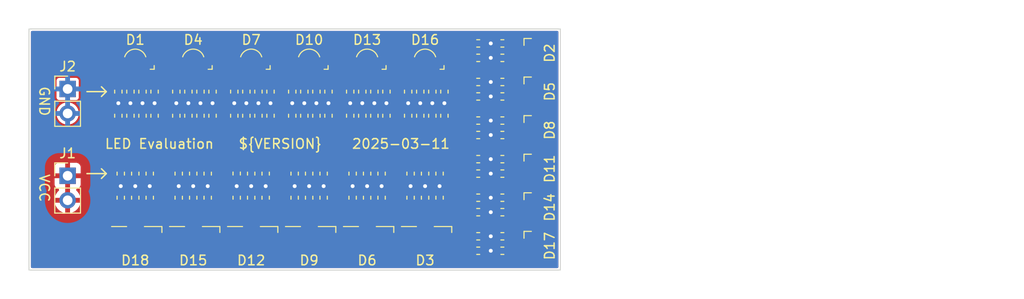
<source format=kicad_pcb>
(kicad_pcb (version 20240108) (generator "pcbnew") (generator_version "8.0")
  (title_block (title "${TITLE}") (date "${DATE}") (rev "${VERSION}") (company "${COPYRIGHT}") (comment 1 "${LICENSE}"))
  (layers (0 "F.Cu" signal) (31 "B.Cu" signal) (34 "B.Paste" user) (35 "F.Paste" user) (36 "B.SilkS" user "B.Silkscreen") (37 "F.SilkS" user "F.Silkscreen") (38 "B.Mask" user) (39 "F.Mask" user) (44 "Edge.Cuts" user))
  (property "COPYRIGHT" "Copyright 2025 Great Scott Gadgets")
  (property "DATE" "2025-03-11")
  (property "LICENSE" "Licensed under the CERN-OHL-P v2")
  (property "TITLE" "LED Evaluation")
  (property "VERSION" "0.1.0")
  (net 0 "")
  (net 1 "Net-(D1-GK)")
  (net 2 "Net-(D1-A)")
  (net 3 "Net-(D1-BK)")
  (net 4 "Net-(D1-RK)")
  (net 5 "Net-(D2-K)")
  (net 6 "Net-(D2-A)")
  (net 7 "Net-(D3-A1)")
  (net 8 "Net-(D3-K)")
  (net 9 "Net-(D3-A2)")
  (net 10 "Net-(D4-A)")
  (net 11 "Net-(D4-BK)")
  (net 12 "Net-(D4-RK)")
  (net 13 "Net-(D4-GK)")
  (net 14 "Net-(D5-K)")
  (net 15 "Net-(D5-A)")
  (net 16 "Net-(D6-A1)")
  (net 17 "Net-(D6-A2)")
  (net 18 "Net-(D6-K)")
  (net 19 "Net-(D7-RK)")
  (net 20 "Net-(D7-A)")
  (net 21 "Net-(D7-GK)")
  (net 22 "Net-(D7-BK)")
  (net 23 "Net-(D8-A)")
  (net 24 "Net-(D8-K)")
  (net 25 "Net-(D9-A2)")
  (net 26 "Net-(D9-K)")
  (net 27 "Net-(D9-A1)")
  (net 28 "Net-(D10-A)")
  (net 29 "Net-(D10-BK)")
  (net 30 "Net-(D10-GK)")
  (net 31 "Net-(D10-RK)")
  (net 32 "Net-(D11-K)")
  (net 33 "Net-(D11-A)")
  (net 34 "Net-(D12-A2)")
  (net 35 "Net-(D12-K)")
  (net 36 "Net-(D12-A1)")
  (net 37 "Net-(D13-A)")
  (net 38 "Net-(D13-RK)")
  (net 39 "Net-(D13-BK)")
  (net 40 "Net-(D13-GK)")
  (net 41 "Net-(D14-A)")
  (net 42 "Net-(D14-K)")
  (net 43 "Net-(D15-A2)")
  (net 44 "Net-(D15-K)")
  (net 45 "Net-(D15-A1)")
  (net 46 "Net-(D16-GK)")
  (net 47 "Net-(D16-BK)")
  (net 48 "Net-(D16-RK)")
  (net 49 "Net-(D16-A)")
  (net 50 "Net-(D17-A)")
  (net 51 "Net-(D17-K)")
  (net 52 "Net-(D18-A2)")
  (net 53 "Net-(D18-A1)")
  (net 54 "Net-(D18-K)")
  (net 55 "VCC")
  (net 56 "GND")
  (footprint "Resistor_SMD:R_0402_1005Metric" (layer "F.Cu") (at 123 110 90)
    (property "Reference" "R67" (hide yes))
    (property "Value" "R" (hide yes))
  )
  (footprint "Resistor_SMD:R_0402_1005Metric" (layer "F.Cu") (at 119 104 -90)
    (property "Reference" "R19" (hide yes))
    (property "Value" "R" (hide yes))
  )
  (footprint "Resistor_SMD:R_0402_1005Metric" (layer "F.Cu") (at 127.5 112.5 -90)
    (property "Reference" "R54" (hide yes))
    (property "Value" "R" (hide yes))
  )
  (footprint "Resistor_SMD:R_0402_1005Metric" (layer "F.Cu") (at 146.5 112.5 180)
    (property "Reference" "R81" (hide yes))
    (property "Value" "R" (hide yes))
  )
  (footprint "Resistor_SMD:R_0402_1005Metric" (layer "F.Cu") (at 141.75 101.5 90)
    (property "Reference" "R94" (hide yes))
    (property "Value" "R" (hide yes))
  )
  (footprint "Resistor_SMD:R_0402_1005Metric" (layer "F.Cu") (at 129.75 101.5 90)
    (property "Reference" "R58" (hide yes))
    (property "Value" "R" (hide yes))
  )
  (footprint "Resistor_SMD:R_0402_1005Metric" (layer "F.Cu") (at 110.5 101.5 90)
    (property "Reference" "R7" (hide yes))
    (property "Value" "R" (hide yes))
  )
  (footprint "Resistor_SMD:R_0402_1005Metric" (layer "F.Cu") (at 123.75 101.5 90)
    (property "Reference" "R40" (hide yes))
    (property "Value" "R" (hide yes))
  )
  (footprint "LED_SMD:LED_Kingbright_APA1606_1.6x0.6mm_Horizontal" (layer "F.Cu") (at 152 113.5 -90)
    (property "Reference" "D14")
    (property "Value" "LED")
  )
  (footprint "Resistor_SMD:R_0402_1005Metric" (layer "F.Cu") (at 121.25 101.5 90)
    (property "Reference" "R44" (hide yes))
    (property "Value" "R" (hide yes))
  )
  (footprint "Resistor_SMD:R_0402_1005Metric" (layer "F.Cu") (at 125 104 -90)
    (property "Reference" "R37" (hide yes))
    (property "Value" "R" (hide yes))
  )
  (footprint "Resistor_SMD:R_0402_1005Metric" (layer "F.Cu") (at 111.75 104 -90)
    (property "Reference" "R2" (hide yes))
    (property "Value" "R" (hide yes))
  )
  (footprint "Resistor_SMD:R_0402_1005Metric" (layer "F.Cu") (at 113 104 -90)
    (property "Reference" "R1" (hide yes))
    (property "Value" "R" (hide yes))
  )
  (footprint "Resistor_SMD:R_0402_1005Metric" (layer "F.Cu") (at 136.5 110 90)
    (property "Reference" "R33" (hide yes))
    (property "Value" "R" (hide yes))
  )
  (footprint "Resistor_SMD:R_0402_1005Metric" (layer "F.Cu") (at 117.75 104 -90)
    (property "Reference" "R21" (hide yes))
    (property "Value" "R" (hide yes))
  )
  (footprint "Resistor_SMD:R_0402_1005Metric" (layer "F.Cu") (at 113 101.5 90)
    (property "Reference" "R5" (hide yes))
    (property "Value" "R" (hide yes))
  )
  (footprint "Resistor_SMD:R_0402_1005Metric" (layer "F.Cu") (at 141 110 90)
    (property "Reference" "R13" (hide yes))
    (property "Value" "R" (hide yes))
  )
  (footprint "Resistor_SMD:R_0402_1005Metric" (layer "F.Cu") (at 130.5 112.5 -90)
    (property "Reference" "R52" (hide yes))
    (property "Value" "R" (hide yes))
  )
  (footprint "Resistor_SMD:R_0402_1005Metric" (layer "F.Cu") (at 119 101.5 90)
    (property "Reference" "R20" (hide yes))
    (property "Value" "R" (hide yes))
  )
  (footprint "Resistor_SMD:R_0402_1005Metric" (layer "F.Cu") (at 133.25 104 -90)
    (property "Reference" "R79" (hide yes))
    (property "Value" "R" (hide yes))
  )
  (footprint "Resistor_SMD:R_0402_1005Metric" (layer "F.Cu") (at 146.5 98 180)
    (property "Reference" "R11" (hide yes))
    (property "Value" "R" (hide yes))
  )
  (footprint "Resistor_SMD:R_0402_1005Metric" (layer "F.Cu") (at 149 96.5)
    (property "Reference" "R10" (hide yes))
    (property "Value" "R" (hide yes))
  )
  (footprint "Resistor_SMD:R_0402_1005Metric" (layer "F.Cu") (at 109.5 112.5 -90)
    (property "Reference" "R108" (hide yes))
    (property "Value" "R" (hide yes))
  )
  (footprint "Resistor_SMD:R_0402_1005Metric" (layer "F.Cu") (at 125 101.5 90)
    (property "Reference" "R38" (hide yes))
    (property "Value" "R" (hide yes))
  )
  (footprint "Resistor_SMD:R_0402_1005Metric" (layer "F.Cu") (at 109.25 104 -90)
    (property "Reference" "R4" (hide yes))
    (property "Value" "R" (hide yes))
  )
  (footprint "LED_SMD:LED_Kingbright_KPA-3010_3x2x1mm" (layer "F.Cu") (at 135 117 180)
    (property "Reference" "D6")
    (property "Value" "LED_Dual_AAK")
  )
  (footprint "Resistor_SMD:R_0402_1005Metric" (layer "F.Cu") (at 123.75 104 -90)
    (property "Reference" "R39" (hide yes))
    (property "Value" "R" (hide yes))
  )
  (footprint "Resistor_SMD:R_0402_1005Metric" (layer "F.Cu") (at 140.5 101.5 90)
    (property "Reference" "R96" (hide yes))
    (property "Value" "R" (hide yes))
  )
  (footprint "Resistor_SMD:R_0402_1005Metric" (layer "F.Cu") (at 112.5 112.5 -90)
    (property "Reference" "R106" (hide yes))
    (property "Value" "R" (hide yes))
  )
  (footprint "Resistor_SMD:R_0402_1005Metric" (layer "F.Cu") (at 129 112.5 -90)
    (property "Reference" "R50" (hide yes))
    (property "Value" "R" (hide yes))
  )
  (footprint "Resistor_SMD:R_0402_1005Metric" (layer "F.Cu") (at 117 110 90)
    (property "Reference" "R85" (hide yes))
    (property "Value" "R" (hide yes))
  )
  (footprint "Resistor_SMD:R_0402_1005Metric" (layer "F.Cu") (at 110.5 104 -90)
    (property "Reference" "R3" (hide yes))
    (property "Value" "R" (hide yes))
  )
  (footprint "Resistor_SMD:R_0402_1005Metric" (layer "F.Cu") (at 122.5 101.5 90)
    (property "Reference" "R42" (hide yes))
    (property "Value" "R" (hide yes))
  )
  (footprint "LED_SMD:LED_Kingbright_APA1606_1.6x0.6mm_Horizontal" (layer "F.Cu") (at 152 117.5 -90)
    (property "Reference" "D17")
    (property "Value" "LED")
  )
  (footprint "LED_SMD:LED_Kingbright_KPA-3010_3x2x1mm" (layer "F.Cu") (at 141 117 180)
    (property "Reference" "D3")
    (property "Value" "LED_Dual_AAK")
  )
  (footprint "Resistor_SMD:R_0402_1005Metric" (layer "F.Cu") (at 149 102)
    (property "Reference" "R30" (hide yes))
    (property "Value" "R" (hide yes))
  )
  (footprint "Resistor_SMD:R_0402_1005Metric" (layer "F.Cu") (at 111.75 101.5 90)
    (property "Reference" "R6" (hide yes))
    (property "Value" "R" (hide yes))
  )
  (footprint "Resistor_SMD:R_0402_1005Metric" (layer "F.Cu") (at 146.5 96.5 180)
    (property "Reference" "R9" (hide yes))
    (property "Value" "R" (hide yes))
  )
  (footprint "Resistor_SMD:R_0402_1005Metric" (layer "F.Cu") (at 146.5 108.5 180)
    (property "Reference" "R63" (hide yes))
    (property "Value" "R" (hide yes))
  )
  (footprint "Resistor_SMD:R_0402_1005Metric" (layer "F.Cu") (at 139.25 101.5 90)
    (property "Reference" "R98" (hide yes))
    (property "Value" "R" (hide yes))
  )
  (footprint "Resistor_SMD:R_0402_1005Metric" (layer "F.Cu") (at 143 101.5 90)
    (property "Reference" "R92" (hide yes))
    (property "Value" "R" (hide yes))
  )
  (footprint "Resistor_SMD:R_0402_1005Metric" (layer "F.Cu") (at 133.5 110 90)
    (property "Reference" "R35" (hide yes))
    (property "Value" "R" (hide yes))
  )
  (footprint "LED_SMD:LED_RGB_Everlight_EASV3015RGBA0_Horizontal" (layer "F.Cu") (at 117 98 180)
    (property "Reference" "D4")
    (property "Value" "LED_ABGR")
  )
  (footprint "LED_SMD:LED_Kingbright_APA1606_1.6x0.6mm_Horizontal" (layer "F.Cu") (at 152 101.5 -90)
    (property "Reference" "D5")
    (property "Value" "LED")
  )
  (footprint "Resistor_SMD:R_0402_1005Metric" (layer "F.Cu") (at 146.5 104.5 180)
    (property "Reference" "R45" (hide yes))
    (property "Value" "R" (hide yes))
  )
  (footprint "Resistor_SMD:R_0402_1005Metric" (layer "F.Cu") (at 142.5 110 90)
    (property "Reference" "R15" (hide yes))
    (property "Value" "R" (hide yes))
  )
  (footprint "LED_SMD:LED_Kingbright_KPA-3010_3x2x1mm" (layer "F.Cu") (at 117 117 180)
    (property "Reference" "D15")
    (property "Value" "LED_Dual_AAK")
  )
  (footprint "Resistor_SMD:R_0402_1005Metric" (layer "F.Cu") (at 139.5 112.5 -90)
    (property "Reference" "R18" (hide yes))
    (property "Value" "R" (hide yes))
  )
  (footprint "LED_SMD:LED_RGB_Everlight_EASV3015RGBA0_Horizontal" (layer "F.Cu") (at 141 98 180)
    (property "Reference" "D16")
    (property "Value" "LED_ABGR")
  )
  (footprint "Resistor_SMD:R_0402_1005Metric" (layer "F.Cu") (at 109.5 110 90)
    (property "Reference" "R107" (hide yes))
    (property "Value" "R" (hide yes))
  )
  (footprint "LED_SMD:LED_RGB_Everlight_EASV3015RGBA0_Horizontal" (layer "F.Cu") (at 111 98 180)
    (property "Reference" "D1")
    (property "Value" "LED_ABGR")
  )
  (footprint "Resistor_SMD:R_0402_1005Metric" (layer "F.Cu") (at 142.5 112.5 -90)
    (property "Reference" "R16" (hide yes))
    (property "Value" "R" (hide yes))
  )
  (footprint "Resistor_SMD:R_0402_1005Metric" (layer "F.Cu") (at 122.5 104 -90)
    (property "Reference" "R41" (hide yes))
    (property "Value" "R" (hide yes))
  )
  (footprint "Resistor_SMD:R_0402_1005Metric" (layer "F.Cu") (at 121.25 104 -90)
    (property "Reference" "R43" (hide yes))
    (property "Value" "R" (hide yes))
  )
  (footprint "Resistor_SMD:R_0402_1005Metric" (layer "F.Cu") (at 116.5 104 -90)
    (property "Reference" "R23" (hide yes))
    (property "Value" "R" (hide yes))
  )
  (footprint "Resistor_SMD:R_0402_1005Metric" (layer "F.Cu") (at 139.25 104 -90)
    (property "Reference" "R97" (hide yes))
    (property "Value" "R" (hide yes))
  )
  (footprint "Resistor_SMD:R_0402_1005Metric" (layer "F.Cu") (at 149 114)
    (property "Reference" "R84" (hide yes))
    (property "Value" "R" (hide yes))
  )
  (footprint "Resistor_SMD:R_0402_1005Metric" (layer "F.Cu") (at 135 110 90)
    (property "Reference" "R31" (hide yes))
    (property "Value" "R" (hide yes))
  )
  (footprint "Resistor_SMD:R_0402_1005Metric" (layer "F.Cu") (at 149 98)
    (property "Reference" "R12" (hide yes))
    (property "Value" "R" (hide yes))
  )
  (footprint "Resistor_SMD:R_0402_1005Metric" (layer "F.Cu") (at 117 112.5 -90)
    (property "Reference" "R86" (hide yes))
    (property "Value" "R" (hide yes))
  )
  (footprint "Resistor_SMD:R_0402_1005Metric" (layer "F.Cu") (at 127.25 104 -90)
    (property "Reference" "R61" (hide yes))
    (property "Value" "R" (hide yes))
  )
  (footprint "Resistor_SMD:R_0402_1005Metric" (layer "F.Cu") (at 131 104 -90)
    (property "Reference" "R55" (hide yes))
    (property "Value" "R" (hide yes))
  )
  (footprint "Resistor_SMD:R_0402_1005Metric" (layer "F.Cu") (at 149 112.5)
    (property "Reference" "R82" (hide yes))
    (property "Value" "R" (hide yes))
  )
  (footprint "Resistor_SMD:R_0402_1005Metric" (layer "F.Cu") (at 149 118)
    (property "Reference" "R102" (hide yes))
    (property "Value" "R" (hide yes))
  )
  (footprint "Resistor_SMD:R_0402_1005Metric" (layer "F.Cu") (at 135.75 104 -90)
    (property "Reference" "R75" (hide yes))
    (property "Value" "R" (hide yes))
  )
  (footprint "Resistor_SMD:R_0402_1005Metric" (layer "F.Cu") (at 149 106)
    (property "Reference" "R48" (hide yes))
    (property "Value" "R" (hide yes))
  )
  (footprint "Resistor_SMD:R_0402_1005Metric" (layer "F.Cu") (at 136.5 112.5 -90)
    (property "Reference" "R34" (hide yes))
    (property "Value" "R" (hide yes))
  )
  (footprint "Resistor_SMD:R_0402_1005Metric" (layer "F.Cu") (at 121.5 112.5 -90)
    (property "Reference" "R72" (hide yes))
    (property "Value" "R" (hide yes))
  )
  (footprint "Resistor_SMD:R_0402_1005Metric" (layer "F.Cu") (at 127.25 101.5 90)
    (property "Reference" "R62" (hide yes))
    (property "Value" "R" (hide yes))
  )
  (footprint "Resistor_SMD:R_0402_1005Metric" (layer "F.Cu") (at 143 104 -90)
    (property "Reference" "R91" (hide yes))
    (property "Value" "R" (hide yes))
  )
  (footprint "Resistor_SMD:R_0402_1005Metric" (layer "F.Cu") (at 115.5 110 90)
    (property "Reference" "R89" (hide yes))
    (property "Value" "R" (hide yes))
  )
  (footprint "LED_SMD:LED_Kingbright_KPA-3010_3x2x1mm" (layer "F.Cu") (at 129 117 180)
    (property "Reference" "D9")
    (property "Value" "LED_Dual_AAK")
  )
  (footprint "Resistor_SMD:R_0402_1005Metric" (layer "F.Cu") (at 149 110)
    (property "Reference" "R66" (hide yes))
    (property "Value" "R" (hide yes))
  )
  (footprint "Resistor_SMD:R_0402_1005Metric" (layer "F.Cu") (at 146.5 116.5 180)
    (property "Reference" "R99" (hide yes))
    (property "Value" "R" (hide yes))
  )
  (footprint "Resistor_SMD:R_0402_1005Metric" (layer "F.Cu") (at 118.5 112.5 -90)
    (property "Reference" "R88" (hide yes))
    (property "Value" "R" (hide yes))
  )
  (footprint "Resistor_SMD:R_0402_1005Metric" (layer "F.Cu") (at 133.25 101.5 90)
    (property "Reference" "R80" (hide yes))
    (property "Value" "R" (hide yes))
  )
  (footprint "Resistor_SMD:R_0402_1005Metric" (layer "F.Cu") (at 149 100.5)
    (property "Reference" "R28" (hide yes))
    (property "Value" "R" (hide yes))
  )
  (footprint "Resistor_SMD:R_0402_1005Metric" (layer "F.Cu") (at 137 101.5 90)
    (property "Reference" "R74" (hide yes))
    (property "Value" "R" (hide yes))
  )
  (footprint "Resistor_SMD:R_0402_1005Metric" (layer "F.Cu") (at 149 108.5)
    (property "Reference" "R64" (hide yes))
    (property "Value" "R" (hide yes))
  )
  (footprint "Resistor_SMD:R_0402_1005Metric" (layer "F.Cu") (at 117.75 101.5 90)
    (property "Reference" "R22" (hide yes))
    (property "Value" "R" (hide yes))
  )
  (footprint "LED_SMD:LED_Kingbright_KPA-3010_3x2x1mm" (layer "F.Cu") (at 123 117 180)
    (property "Reference" "D12")
    (property "Value" "LED_Dual_AAK")
  )
  (footprint "Resistor_SMD:R_0402_1005Metric" (layer "F.Cu") (at 118.5 110 90)
    (property "Reference" "R87" (hide yes))
    (property "Value" "R" (hide yes))
  )
  (footprint "Resistor_SMD:R_0402_1005Metric" (layer "F.Cu") (at 127.5 110 90)
    (property "Reference" "R53" (hide yes))
    (property "Value" "R" (hide yes))
  )
  (footprint "LED_SMD:LED_Kingbright_APA1606_1.6x0.6mm_Horizontal" (layer "F.Cu") (at 152 109.5 -90)
    (property "Reference" "D11")
    (property "Value" "LED")
  )
  (footprint "Resistor_SMD:R_0402_1005Metric" (layer "F.Cu") (at 124.5 110 90)
    (property "Reference" "R69" (hide yes))
    (property "Value" "R" (hide yes))
  )
  (footprint "Resistor_SMD:R_0402_1005Metric" (layer "F.Cu") (at 135 112.5 -90)
    (property "Reference" "R32" (hide yes))
    (property "Value" "R" (hide yes))
  )
  (footprint "Resistor_SMD:R_0402_1005Metric" (layer "F.Cu") (at 140.5 104 -90)
    (property "Reference" "R95" (hide yes))
    (property "Value" "R" (hide yes))
  )
  (footprint "Resistor_SMD:R_0402_1005Metric" (layer "F.Cu") (at 133.5 112.5 -90)
    (property "Reference" "R36" (hide yes))
    (property "Value" "R" (hide yes))
  )
  (footprint "Resistor_SMD:R_0402_1005Metric" (layer "F.Cu") (at 141.75 104 -90)
    (property "Reference" "R93" (hide yes))
    (property "Value" "R" (hide yes))
  )
  (footprint "Resistor_SMD:R_0402_1005Metric" (layer "F.Cu") (at 137 104 -90)
    (property "Reference" "R73" (hide yes))
    (property "Value" "R" (hide yes))
  )
  (footprint "Resistor_SMD:R_0402_1005Metric" (layer "F.Cu") (at 149 116.5)
    (property "Reference" "R100" (hide yes))
    (property "Value" "R" (hide yes))
  )
  (footprint "Resistor_SMD:R_0402_1005Metric" (layer "F.Cu") (at 146.5 106 180)
    (property "Reference" "R47" (hide yes))
    (property "Value" "R" (hide yes))
  )
  (footprint "Resistor_SMD:R_0402_1005Metric" (layer "F.Cu") (at 123 112.5 -90)
    (property "Reference" "R68" (hide yes))
    (property "Value" "R" (hide yes))
  )
  (footprint "Resistor_SMD:R_0402_1005Metric" (layer "F.Cu") (at 134.5 101.5 90)
    (property "Reference" "R78" (hide yes))
    (property "Value" "R" (hide yes))
  )
  (footprint "Resistor_SMD:R_0402_1005Metric" (layer "F.Cu") (at 146.5 118 180)
    (property "Reference" "R101" (hide yes))
    (property "Value" "R" (hide yes))
  )
  (footprint "Resistor_SMD:R_0402_1005Metric" (layer "F.Cu") (at 134.5 104 -90)
    (property "Reference" "R77" (hide yes))
    (property "Value" "R" (hide yes))
  )
  (footprint "Resistor_SMD:R_0402_1005Metric" (layer "F.Cu") (at 149 104.5)
    (property "Reference" "R46" (hide yes))
    (property "Value" "R" (hide yes))
  )
  (footprint "Resistor_SMD:R_0402_1005Metric" (layer "F.Cu") (at 146.5 114 180)
    (property "Reference" "R83" (hide yes))
    (property "Value" "R" (hide yes))
  )
  (footprint "Resistor_SMD:R_0402_1005Metric" (layer "F.Cu") (at 135.75 101.5 90)
    (property "Reference" "R76" (hide yes))
    (property "Value" "R" (hide yes))
  )
  (footprint "Connector_PinHeader_2.54mm:PinHeader_1x02_P2.54mm_Vertical" (layer "F.Cu") (at 104 110.225)
    (property "Reference" "J1")
    (property "Value" "Conn_01x02_Pin")
  )
  (footprint "Resistor_SMD:R_0402_1005Metric" (layer "F.Cu") (at 130.5 110 90)
    (property "Reference" "R51" (hide yes))
    (property "Value" "R" (hide yes))
  )
  (footprint "Resistor_SMD:R_0402_1005Metric" (layer "F.Cu") (at 146.5 110 180)
    (property "Reference" "R65" (hide yes))
    (property "Value" "R" (hide yes))
  )
  (footprint "LED_SMD:LED_RGB_Everlight_EASV3015RGBA0_Horizontal" (layer "F.Cu") (at 135 98 180)
    (property "Reference" "D13")
    (property "Value" "LED_ABGR")
  )
  (footprint "Resistor_SMD:R_0402_1005Metric" (layer "F.Cu") (at 129.75 104 -90)
    (property "Reference" "R57" (hide yes))
    (property "Value" "R" (hide yes))
  )
  (footprint "Connector_PinHeader_2.54mm:PinHeader_1x02_P2.54mm_Vertical" (layer "F.Cu") (at 104 101.225)
    (property "Reference" "J2")
    (property "Value" "Conn_01x02_Pin")
  )
  (footprint "Resistor_SMD:R_0402_1005Metric" (layer "F.Cu") (at 115.25 101.5 90)
    (property "Reference" "R26" (hide yes))
    (property "Value" "R" (hide yes))
  )
  (footprint "Resistor_SMD:R_0402_1005Metric" (layer "F.Cu") (at 124.5 112.5 -90)
    (property "Reference" "R70" (hide yes))
    (property "Value" "R" (hide yes))
  )
  (footprint "Resistor_SMD:R_0402_1005Metric" (layer "F.Cu") (at 129 110 90)
    (property "Reference" "R49" (hide yes))
    (property "Value" "R" (hide yes))
  )
  (footprint "Resistor_SMD:R_0402_1005Metric" (layer "F.Cu") (at 131 101.5 90)
    (property "Reference" "R56" (hide yes))
    (property "Value" "R" (hide yes))
  )
  (footprint "LED_SMD:LED_RGB_Everlight_EASV3015RGBA0_Horizontal" (layer "F.Cu") (at 123 98 180)
    (property "Reference" "D7")
    (property "Value" "LED_ABGR")
  )
  (footprint "Resistor_SMD:R_0402_1005Metric" (layer "F.Cu") (at 146.5 102 180)
    (property "Reference" "R29" (hide yes))
    (property "Value" "R" (hide yes))
  )
  (footprint "Resistor_SMD:R_0402_1005Metric" (layer "F.Cu") (at 111 112.5 -90)
    (property "Reference" "R104" (hide yes))
    (property "Value" "R" (hide yes))
  )
  (footprint "Resistor_SMD:R_0402_1005Metric" (layer "F.Cu") (at 112.5 110 90)
    (property "Reference" "R105" (hide yes))
    (property "Value" "R" (hide yes))
  )
  (footprint "LED_SMD:LED_Kingbright_KPA-3010_3x2x1mm" (layer "F.Cu") (at 111 117 180)
    (property "Reference" "D18")
    (property "Value" "LED_Dual_AAK")
  )
  (footprint "Resistor_SMD:R_0402_1005Metric" (layer "F.Cu") (at 128.5 101.5 90)
    (property "Reference" "R60" (hide yes))
    (property "Value" "R" (hide yes))
  )
  (footprint "Resistor_SMD:R_0402_1005Metric" (layer "F.Cu") (at 111 110 90)
    (property "Reference" "R103" (hide yes))
    (property "Value" "R" (hide yes))
  )
  (footprint "Resistor_SMD:R_0402_1005Metric" (layer "F.Cu") (at 141 112.5 -90)
    (property "Reference" "R14" (hide yes))
    (property "Value" "R" (hide yes))
  )
  (footprint "LED_SMD:LED_RGB_Everlight_EASV3015RGBA0_Horizontal" (layer "F.Cu") (at 129 98 180)
    (property "Reference" "D10")
    (property "Value" "LED_ABGR")
  )
  (footprint "LED_SMD:LED_Kingbright_APA1606_1.6x0.6mm_Horizontal" (layer "F.Cu") (at 152 97.5 -90)
    (property "Reference" "D2")
    (property "Value" "LED")
  )
  (footprint "Resistor_SMD:R_0402_1005Metric" (layer "F.Cu") (at 121.5 109.99 90)
    (property "Reference" "R71" (hide yes))
    (property "Value" "R" (hide yes))
  )
  (footprint "Resistor_SMD:R_0402_1005Metric" (layer "F.Cu") (at 139.5 110 90)
    (property "Reference" "R17" (hide yes))
    (property "Value" "R" (hide yes))
  )
  (footprint "LED_SMD:LED_Kingbright_APA1606_1.6x0.6mm_Horizontal" (layer "F.Cu") (at 152 105.5 -90)
    (property "Reference" "D8")
    (property "Value" "LED")
  )
  (footprint "Resistor_SMD:R_0402_1005Metric" (layer "F.Cu") (at 128.5 104 -90)
    (property "Reference" "R59" (hide yes))
    (property "Value" "R" (hide yes))
  )
  (footprint "Resistor_SMD:R_0402_1005Metric" (layer "F.Cu") (at 109.25 101.5 90)
    (property "Reference" "R8" (hide yes))
    (property "Value" "R" (hide yes))
  )
  (footprint "Resistor_SMD:R_0402_1005Metric" (layer "F.Cu") (at 116.5 101.5 90)
    (property "Reference" "R24" (hide yes))
    (property "Value" "R" (hide yes))
  )
  (footprint "Resistor_SMD:R_0402_1005Metric" (layer "F.Cu") (at 146.5 100.5 180)
    (property "Reference" "R27" (hide yes))
    (property "Value" "R" (hide yes))
  )
  (footprint "Resistor_SMD:R_0402_1005Metric" (layer "F.Cu") (at 115.5 112.5 -90)
    (property "Reference" "R90" (hide yes))
    (property "Value" "R" (hide yes))
  )
  (footprint "Resistor_SMD:R_0402_1005Metric" (layer "F.Cu") (at 115.25 104 -90)
    (property "Reference" "R25" (hide yes))
    (property "Value" "R" (hide yes))
  )
  (gr_line (start 108 101.5) (end 107.5 102) (stroke (width 0.15)) (layer "F.SilkS"))
  (gr_line (start 106 110) (end 108 110) (stroke (width 0.15)) (layer "F.SilkS"))
  (gr_line (start 108 110) (end 107.5 109.5) (stroke (width 0.15)) (layer "F.SilkS"))
  (gr_line (start 106 101.5) (end 108 101.5) (stroke (width 0.15)) (layer "F.SilkS"))
  (gr_line (start 108 101.5) (end 107.5 101) (stroke (width 0.15)) (layer "F.SilkS"))
  (gr_line (start 108 110) (end 107.5 110.5) (stroke (width 0.15)) (layer "F.SilkS"))
  (gr_rect (start 100 95) (end 155 120) (stroke (width 0.1)) (fill none) (layer "Edge.Cuts"))
  (gr_text "${TITLE}" (at 113.5 107.5 0) (layer "F.SilkS") (effects (font (size 1 1)) (justify bottom)))
  (gr_text "${DATE}" (at 138.5 107.5 0) (layer "F.SilkS") (effects (font (size 1 1)) (justify bottom)))
  (gr_text "GND" (at 101 102.5 -90) (layer "F.SilkS") (effects (font (size 1 1)) (justify bottom)))
  (gr_text "VCC" (at 101 111.5 270) (layer "F.SilkS") (effects (font (size 1 1)) (justify bottom)))
  (gr_text "${REVISION}" (at 126 107.5 0) (layer "F.SilkS") (effects (font (size 1 1)) (justify bottom)))
  (segment (start 110.61 103.49) (end 110.5 103.49) (width 0.25) (layer "F.Cu") (net 1))
  (segment (start 110.575 100.915) (end 110.5 100.99) (width 0.25) (layer "F.Cu") (net 1))
  (segment (start 110.575 98.75) (end 110.575 100.915) (width 0.25) (layer "F.Cu") (net 1))
  (segment (start 110.5 100.99) (end 111.1 101.59) (width 0.25) (layer "F.Cu") (net 1))
  (segment (start 111.1 103) (end 110.61 103.49) (width 0.25) (layer "F.Cu") (net 1))
  (segment (start 111.1 101.59) (end 111.1 103) (width 0.25) (layer "F.Cu") (net 1))
  (segment (start 113.6 101.59) (end 113.6 103) (width 0.25) (layer "F.Cu") (net 2))
  (segment (start 113.11 103.49) (end 113 103.49) (width 0.25) (layer "F.Cu") (net 2))
  (segment (start 113 100.99) (end 113.6 101.59) (width 0.25) (layer "F.Cu") (net 2))
  (segment (start 113.6 103) (end 113.11 103.49) (width 0.25) (layer "F.Cu") (net 2))
  (segment (start 112.425 98.53) (end 112.425 100.415) (width 0.25) (layer "F.Cu") (net 2))
  (segment (start 112.425 100.415) (end 113 100.99) (width 0.25) (layer "F.Cu") (net 2))
  (segment (start 111.425 98.75) (end 111.425 100.665) (width 0.25) (layer "F.Cu") (net 3))
  (segment (start 112.35 101.59) (end 112.35 102.95) (width 0.25) (layer "F.Cu") (net 3))
  (segment (start 111.425 100.665) (end 111.75 100.99) (width 0.25) (layer "F.Cu") (net 3))
  (segment (start 112.35 102.95) (end 111.81 103.49) (width 0.25) (layer "F.Cu") (net 3))
  (segment (start 111.75 100.99) (end 112.35 101.59) (width 0.25) (layer "F.Cu") (net 3))
  (segment (start 111.81 103.49) (end 111.75 103.49) (width 0.25) (layer "F.Cu") (net 3))
  (segment (start 109.575 100.665) (end 109.25 100.99) (width 0.25) (layer "F.Cu") (net 4))
  (segment (start 109.25 100.99) (end 109.85 101.59) (width 0.25) (layer "F.Cu") (net 4))
  (segment (start 109.85 101.59) (end 109.85 102.95) (width 0.25) (layer "F.Cu") (net 4))
  (segment (start 109.85 102.95) (end 109.31 103.49) (width 0.25) (layer "F.Cu") (net 4))
  (segment (start 109.575 98.53) (end 109.575 100.665) (width 0.25) (layer "F.Cu") (net 4))
  (segment (start 109.31 103.49) (end 109.25 103.49) (width 0.25) (layer "F.Cu") (net 4))
  (segment (start 147.7 97.25) (end 147.01 96.56) (width 0.25) (layer "F.Cu") (net 5))
  (segment (start 147.01 96.56) (end 147.01 96.5) (width 0.25) (layer "F.Cu") (net 5))
  (segment (start 149.51 96.5) (end 148.76 97.25) (width 0.25) (layer "F.Cu") (net 5))
  (segment (start 148.76 97.25) (end 147.7 97.25) (width 0.25) (layer "F.Cu") (net 5))
  (segment (start 151.8 96.5) (end 152 96.7) (width 0.25) (layer "F.Cu") (net 5))
  (segment (start 149.51 96.5) (end 151.8 96.5) (width 0.25) (layer "F.Cu") (net 5))
  (segment (start 149.51 98) (end 151.7 98) (width 0.25) (layer "F.Cu") (net 6))
  (segment (start 147.7 98.75) (end 147.01 98.06) (width 0.25) (layer "F.Cu") (net 6))
  (segment (start 148.76 98.75) (end 147.7 98.75) (width 0.25) (layer "F.Cu") (net 6))
  (segment (start 147.01 98.06) (end 147.01 98) (width 0.25) (layer "F.Cu") (net 6))
  (segment (start 149.51 98) (end 148.76 98.75) (width 0.25) (layer "F.Cu") (net 6))
  (segment (start 151.7 98) (end 152 98.3) (width 0.25) (layer "F.Cu") (net 6))
  (segment (start 142.5 113.01) (end 141.75 112.26) (width 0.25) (layer "F.Cu") (net 7))
  (segment (start 141.75 112.26) (end 141.75 111.2) (width 0.25) (layer "F.Cu") (net 7))
  (segment (start 142.5 113.01) (end 142.5 116.25) (width 0.25) (layer "F.Cu") (net 7))
  (segment (start 141.75 111.2) (end 142.44 110.51) (width 0.25) (layer "F.Cu") (net 7))
  (segment (start 142.44 110.51) (end 142.5 110.51) (width 0.25) (layer "F.Cu") (net 7))
  (segment (start 142.5 116.25) (end 142.75 116.5) (width 0.25) (layer "F.Cu") (net 7))
  (segment (start 141 115.85) (end 141 113.01) (width 0.25) (layer "F.Cu") (net 8))
  (segment (start 140.25 112.26) (end 140.25 111.236827) (width 0.25) (layer "F.Cu") (net 8))
  (segment (start 140.976827 110.51) (end 141 110.51) (width 0.25) (layer "F.Cu") (net 8))
  (segment (start 141 113.01) (end 140.25 112.26) (width 0.25) (layer "F.Cu") (net 8))
  (segment (start 140.25 111.236827) (end 140.976827 110.51) (width 0.25) (layer "F.Cu") (net 8))
  (segment (start 139.5 116.25) (end 139.25 116.5) (width 0.25) (layer "F.Cu") (net 9))
  (segment (start 139.5 113.01) (end 139.5 116.25) (width 0.25) (layer "F.Cu") (net 9))
  (segment (start 138.75 111.2) (end 139.44 110.51) (width 0.25) (layer "F.Cu") (net 9))
  (segment (start 138.75 112.26) (end 138.75 111.2) (width 0.25) (layer "F.Cu") (net 9))
  (segment (start 139.5 113.01) (end 138.75 112.26) (width 0.25) (layer "F.Cu") (net 9))
  (segment (start 139.44 110.51) (end 139.5 110.51) (width 0.25) (layer "F.Cu") (net 9))
  (segment (start 119.11 103.49) (end 119 103.49) (width 0.25) (layer "F.Cu") (net 10))
  (segment (start 118.425 98.53) (end 118.425 100.415) (width 0.25) (layer "F.Cu") (net 10))
  (segment (start 119.6 101.59) (end 119.6 103) (width 0.25) (layer "F.Cu") (net 10))
  (segment (start 119 100.99) (end 119.6 101.59) (width 0.25) (layer "F.Cu") (net 10))
  (segment (start 119.6 103) (end 119.11 103.49) (width 0.25) (layer "F.Cu") (net 10))
  (segment (start 118.425 100.415) (end 119 100.99) (width 0.25) (layer "F.Cu") (net 10))
  (segment (start 117.81 103.49) (end 117.75 103.49) (width 0.25) (layer "F.Cu") (net 11))
  (segment (start 117.75 100.99) (end 118.35 101.59) (width 0.25) (layer "F.Cu") (net 11))
  (segment (start 117.425 100.665) (end 117.75 100.99) (width 0.25) (layer "F.Cu") (net 11))
  (segment (start 118.35 101.59) (end 118.35 102.95) (width 0.25) (layer "F.Cu") (net 11))
  (segment (start 117.425 98.75) (end 117.425 100.665) (width 0.25) (layer "F.Cu") (net 11))
  (segment (start 118.35 102.95) (end 117.81 103.49) (width 0.25) (layer "F.Cu") (net 11))
  (segment (start 115.85 101.59) (end 115.85 102.95) (width 0.25) (layer "F.Cu") (net 12))
  (segment (start 115.25 100.99) (end 115.85 101.59) (width 0.25) (layer "F.Cu") (net 12))
  (segment (start 115.575 100.665) (end 115.25 100.99) (width 0.25) (layer "F.Cu") (net 12))
  (segment (start 115.575 98.53) (end 115.575 100.665) (width 0.25) (layer "F.Cu") (net 12))
  (segment (start 115.85 102.95) (end 115.31 103.49) (width 0.25) (layer "F.Cu") (net 12))
  (segment (start 115.31 103.49) (end 115.25 103.49) (width 0.25) (layer "F.Cu") (net 12))
  (segment (start 117.1 103) (end 116.61 103.49) (width 0.25) (layer "F.Cu") (net 13))
  (segment (start 116.5 100.99) (end 117.1 101.59) (width 0.25) (layer "F.Cu") (net 13))
  (segment (start 117.1 101.59) (end 117.1 103) (width 0.25) (layer "F.Cu") (net 13))
  (segment (start 116.575 100.915) (end 116.5 100.99) (width 0.25) (layer "F.Cu") (net 13))
  (segment (start 116.61 103.49) (end 116.5 103.49) (width 0.25) (layer "F.Cu") (net 13))
  (segment (start 116.575 98.75) (end 116.575 100.915) (width 0.25) (layer "F.Cu") (net 13))
  (segment (start 149.51 100.5) (end 148.76 101.25) (width 0.25) (layer "F.Cu") (net 14))
  (segment (start 151.8 100.5) (end 152 100.7) (width 0.25) (layer "F.Cu") (net 14))
  (segment (start 147.7 101.25) (end 147.01 100.56) (width 0.25) (layer "F.Cu") (net 14))
  (segment (start 148.76 101.25) (end 147.7 101.25) (width 0.25) (layer "F.Cu") (net 14))
  (segment (start 149.51 100.5) (end 151.8 100.5) (width 0.25) (layer "F.Cu") (net 14))
  (segment (start 147.01 100.56) (end 147.01 100.5) (width 0.25) (layer "F.Cu") (net 14))
  (segment (start 147.01 102.06) (end 147.01 102) (width 0.25) (layer "F.Cu") (net 15))
  (segment (start 151.7 102) (end 152 102.3) (width 0.25) (layer "F.Cu") (net 15))
  (segment (start 147.7 102.75) (end 147.01 102.06) (width 0.25) (layer "F.Cu") (net 15))
  (segment (start 149.51 102) (end 148.76 102.75) (width 0.25) (layer "F.Cu") (net 15))
  (segment (start 149.51 102) (end 151.7 102) (width 0.25) (layer "F.Cu") (net 15))
  (segment (start 148.76 102.75) (end 147.7 102.75) (width 0.25) (layer "F.Cu") (net 15))
  (segment (start 135.75 112.26) (end 135.75 111.2) (width 0.25) (layer "F.Cu") (net 16))
  (segment (start 136.44 110.51) (end 136.5 110.51) (width 0.25) (layer "F.Cu") (net 16))
  (segment (start 136.5 113.01) (end 136.5 116.25) (width 0.25) (layer "F.Cu") (net 16))
  (segment (start 136.5 113.01) (end 135.75 112.26) (width 0.25) (layer "F.Cu") (net 16))
  (segment (start 136.5 116.25) (end 136.75 116.5) (width 0.25) (layer "F.Cu") (net 16))
  (segment (start 135.75 111.2) (end 136.44 110.51) (width 0.25) (layer "F.Cu") (net 16))
  (segment (start 133.5 116.25) (end 133.25 116.5) (width 0.25) (layer "F.Cu") (net 17))
  (segment (start 133.44 110.51) (end 133.5 110.51) (width 0.25) (layer "F.Cu") (net 17))
  (segment (start 132.75 112.26) (end 132.75 111.2) (width 0.25) (layer "F.Cu") (net 17))
  (segment (start 132.75 111.2) (end 133.44 110.51) (width 0.25) (layer "F.Cu") (net 17))
  (segment (start 133.5 113.01) (end 132.75 112.26) (width 0.25) (layer "F.Cu") (net 17))
  (segment (start 133.5 113.01) (end 133.5 116.25) (width 0.25) (layer "F.Cu") (net 17))
  (segment (start 134.25 111.236827) (end 134.976827 110.51) (width 0.25) (layer "F.Cu") (net 18))
  (segment (start 134.25 112.26) (end 134.25 111.236827) (width 0.25) (layer "F.Cu") (net 18))
  (segment (start 134.976827 110.51) (end 135 110.51) (width 0.25) (layer "F.Cu") (net 18))
  (segment (start 135 115.85) (end 135 113.01) (width 0.25) (layer "F.Cu") (net 18))
  (segment (start 135 113.01) (end 134.25 112.26) (width 0.25) (layer "F.Cu") (net 18))
  (segment (start 121.25 100.99) (end 121.85 101.59) (width 0.25) (layer "F.Cu") (net 19))
  (segment (start 121.575 98.53) (end 121.575 100.665) (width 0.25) (layer "F.Cu") (net 19))
  (segment (start 121.575 100.665) (end 121.25 100.99) (width 0.25) (layer "F.Cu") (net 19))
  (segment (start 121.85 102.95) (end 121.31 103.49) (width 0.25) (layer "F.Cu") (net 19))
  (segment (start 121.85 101.59) (end 121.85 102.95) (width 0.25) (layer "F.Cu") (net 19))
  (segment (start 121.31 103.49) (end 121.25 103.49) (width 0.25) (layer "F.Cu") (net 19))
  (segment (start 125.6 103) (end 125.11 103.49) (width 0.25) (layer "F.Cu") (net 20))
  (segment (start 125.6 101.59) (end 125.6 103) (width 0.25) (layer "F.Cu") (net 20))
  (segment (start 124.425 100.415) (end 125 100.99) (width 0.25) (layer "F.Cu") (net 20))
  (segment (start 125 100.99) (end 125.6 101.59) (width 0.25) (layer "F.Cu") (net 20))
  (segment (start 124.425 98.53) (end 124.425 100.415) (width 0.25) (layer "F.Cu") (net 20))
  (segment (start 125.11 103.49) (end 125 103.49) (width 0.25) (layer "F.Cu") (net 20))
  (segment (start 122.575 98.75) (end 122.575 100.915) (width 0.25) (layer "F.Cu") (net 21))
  (segment (start 122.5 100.99) (end 123.1 101.59) (width 0.25) (layer "F.Cu") (net 21))
  (segment (start 122.575 100.915) (end 122.5 100.99) (width 0.25) (layer "F.Cu") (net 21))
  (segment (start 122.61 103.49) (end 122.5 103.49) (width 0.25) (layer "F.Cu") (net 21))
  (segment (start 123.1 101.59) (end 123.1 103) (width 0.25) (layer "F.Cu") (net 21))
  (segment (start 123.1 103) (end 122.61 103.49) (width 0.25) (layer "F.Cu") (net 21))
  (segment (start 123.425 100.665) (end 123.75 100.99) (width 0.25) (layer "F.Cu") (net 22))
  (segment (start 124.35 101.59) (end 124.35 102.95) (width 0.25) (layer "F.Cu") (net 22))
  (segment (start 123.81 103.49) (end 123.75 103.49) (width 0.25) (layer "F.Cu") (net 22))
  (segment (start 123.425 98.75) (end 123.425 100.665) (width 0.25) (layer "F.Cu") (net 22))
  (segment (start 123.75 100.99) (end 124.35 101.59) (width 0.25) (layer "F.Cu") (net 22))
  (segment (start 124.35 102.95) (end 123.81 103.49) (width 0.25) (layer "F.Cu") (net 22))
  (segment (start 149.51 106) (end 148.76 106.75) (width 0.25) (layer "F.Cu") (net 23))
  (segment (start 147.01 106.06) (end 147.01 106) (width 0.25) (layer "F.Cu") (net 23))
  (segment (start 147.7 106.75) (end 147.01 106.06) (width 0.25) (layer "F.Cu") (net 23))
  (segment (start 151.7 106) (end 152 106.3) (width 0.25) (layer "F.Cu") (net 23))
  (segment (start 148.76 106.75) (end 147.7 106.75) (width 0.25) (layer "F.Cu") (net 23))
  (segment (start 149.51 106) (end 151.7 106) (width 0.25) (layer "F.Cu") (net 23))
  (segment (start 149.51 104.5) (end 148.76 105.25) (width 0.25) (layer "F.Cu") (net 24))
  (segment (start 148.76 105.25) (end 147.7 105.25) (width 0.25) (layer "F.Cu") (net 24))
  (segment (start 147.7 105.25) (end 147.01 104.56) (width 0.25) (layer "F.Cu") (net 24))
  (segment (start 147.01 104.56) (end 147.01 104.5) (width 0.25) (layer "F.Cu") (net 24))
  (segment (start 151.8 104.5) (end 152 104.7) (width 0.25) (layer "F.Cu") (net 24))
  (segment (start 149.51 104.5) (end 151.8 104.5) (width 0.25) (layer "F.Cu") (net 24))
  (segment (start 126.75 111.2) (end 127.44 110.51) (width 0.25) (layer "F.Cu") (net 25))
  (segment (start 127.5 116.25) (end 127.25 116.5) (width 0.25) (layer "F.Cu") (net 25))
  (segment (start 127.5 113.01) (end 126.75 112.26) (width 0.25) (layer "F.Cu") (net 25))
  (segment (start 126.75 112.26) (end 126.75 111.2) (width 0.25) (layer "F.Cu") (net 25))
  (segment (start 127.44 110.51) (end 127.5 110.51) (width 0.25) (layer "F.Cu") (net 25))
  (segment (start 127.5 113.01) (end 127.5 116.25) (width 0.25) (layer "F.Cu") (net 25))
  (segment (start 129 113.01) (end 128.25 112.26) (width 0.25) (layer "F.Cu") (net 26))
  (segment (start 129 115.85) (end 129 113.01) (width 0.25) (layer "F.Cu") (net 26))
  (segment (start 128.25 112.26) (end 128.25 111.236827) (width 0.25) (layer "F.Cu") (net 26))
  (segment (start 128.25 111.236827) (end 128.976827 110.51) (width 0.25) (layer "F.Cu") (net 26))
  (segment (start 128.976827 110.51) (end 129 110.51) (width 0.25) (layer "F.Cu") (net 26))
  (segment (start 129.75 111.2) (end 130.44 110.51) (width 0.25) (layer "F.Cu") (net 27))
  (segment (start 130.5 116.25) (end 130.75 116.5) (width 0.25) (layer "F.Cu") (net 27))
  (segment (start 129.75 112.26) (end 129.75 111.2) (width 0.25) (layer "F.Cu") (net 27))
  (segment (start 130.5 113.01) (end 129.75 112.26) (width 0.25) (layer "F.Cu") (net 27))
  (segment (start 130.44 110.51) (end 130.5 110.51) (width 0.25) (layer "F.Cu") (net 27))
  (segment (start 130.5 113.01) (end 130.5 116.25) (width 0.25) (layer "F.Cu") (net 27))
  (segment (start 131 100.99) (end 131.6 101.59) (width 0.25) (layer "F.Cu") (net 28))
  (segment (start 130.425 98.53) (end 130.425 100.415) (width 0.25) (layer "F.Cu") (net 28))
  (segment (start 131.11 103.49) (end 131 103.49) (width 0.25) (layer "F.Cu") (net 28))
  (segment (start 131.6 103) (end 131.11 103.49) (width 0.25) (layer "F.Cu") (net 28))
  (segment (start 131.6 101.59) (end 131.6 103) (width 0.25) (layer "F.Cu") (net 28))
  (segment (start 130.425 100.415) (end 131 100.99) (width 0.25) (layer "F.Cu") (net 28))
  (segment (start 130.35 102.95) (end 129.81 103.49) (width 0.25) (layer "F.Cu") (net 29))
  (segment (start 129.425 100.665) (end 129.75 100.99) (width 0.25) (layer "F.Cu") (net 29))
  (segment (start 129.75 100.99) (end 130.35 101.59) (width 0.25) (layer "F.Cu") (net 29))
  (segment (start 129.425 98.75) (end 129.425 100.665) (width 0.25) (layer "F.Cu") (net 29))
  (segment (start 130.35 101.59) (end 130.35 102.95) (width 0.25) (layer "F.Cu") (net 29))
  (segment (start 129.81 103.49) (end 129.75 103.49) (width 0.25) (layer "F.Cu") (net 29))
  (segment (start 128.575 100.915) (end 128.5 100.99) (width 0.25) (layer "F.Cu") (net 30))
  (segment (start 129.1 103) (end 128.61 103.49) (width 0.25) (layer "F.Cu") (net 30))
  (segment (start 129.1 101.59) (end 129.1 103) (width 0.25) (layer "F.Cu") (net 30))
  (segment (start 128.5 100.99) (end 129.1 101.59) (width 0.25) (layer "F.Cu") (net 30))
  (segment (start 128.61 103.49) (end 128.5 103.49) (width 0.25) (layer "F.Cu") (net 30))
  (segment (start 128.575 98.75) (end 128.575 100.915) (width 0.25) (layer "F.Cu") (net 30))
  (segment (start 127.31 103.49) (end 127.25 103.49) (width 0.25) (layer "F.Cu") (net 31))
  (segment (start 127.575 100.665) (end 127.25 100.99) (width 0.25) (layer "F.Cu") (net 31))
  (segment (start 127.85 101.59) (end 127.85 102.95) (width 0.25) (layer "F.Cu") (net 31))
  (segment (start 127.25 100.99) (end 127.85 101.59) (width 0.25) (layer "F.Cu") (net 31))
  (segment (start 127.575 98.53) (end 127.575 100.665) (width 0.25) (layer "F.Cu") (net 31))
  (segment (start 127.85 102.95) (end 127.31 103.49) (width 0.25) (layer "F.Cu") (net 31))
  (segment (start 149.51 108.5) (end 148.76 109.25) (width 0.25) (layer "F.Cu") (net 32))
  (segment (start 149.51 108.5) (end 151.8 108.5) (width 0.25) (layer "F.Cu") (net 32))
  (segment (start 148.76 109.25) (end 147.7 109.25) (width 0.25) (layer "F.Cu") (net 32))
  (segment (start 147.7 109.25) (end 147.01 108.56) (width 0.25) (layer "F.Cu") (net 32))
  (segment (start 151.8 108.5) (end 152 108.7) (width 0.25) (layer "F.Cu") (net 32))
  (segment (start 147.01 108.56) (end 147.01 108.5) (width 0.25) (layer "F.Cu") (net 32))
  (segment (start 147.7 110.75) (end 147.01 110.06) (width 0.25) (layer "F.Cu") (net 33))
  (segment (start 148.76 110.75) (end 147.7 110.75) (width 0.25) (layer "F.Cu") (net 33))
  (segment (start 149.51 110) (end 151.7 110) (width 0.25) (layer "F.Cu") (net 33))
  (segment (start 147.01 110.06) (end 147.01 110) (width 0.25) (layer "F.Cu") (net 33))
  (segment (start 149.51 110) (end 148.76 110.75) (width 0.25) (layer "F.Cu") (net 33))
  (segment (start 151.7 110) (end 152 110.3) (width 0.25) (layer "F.Cu") (net 33))
  (segment (start 120.75 111.2) (end 121.44 110.51) (width 0.25) (layer "F.Cu") (net 34))
  (segment (start 121.44 110.51) (end 121.5 110.51) (width 0.25) (layer "F.Cu") (net 34))
  (segment (start 121.5 113.01) (end 121.5 116.25) (width 0.25) (layer "F.Cu") (net 34))
  (segment (start 121.5 113.01) (end 120.75 112.26) (width 0.25) (layer "F.Cu") (net 34))
  (segment (start 121.5 116.25) (end 121.25 116.5) (width 0.25) (layer "F.Cu") (net 34))
  (segment (start 120.75 112.26) (end 120.75 111.2) (width 0.25) (layer "F.Cu") (net 34))
  (segment (start 123 115.85) (end 123 113.01) (width 0.25) (layer "F.Cu") (net 35))
  (segment (start 122.976827 110.51) (end 123 110.51) (width 0.25) (layer "F.Cu") (net 35))
  (segment (start 122.25 112.26) (end 122.25 111.236827) (width 0.25) (layer "F.Cu") (net 35))
  (segment (start 123 113.01) (end 122.25 112.26) (width 0.25) (layer "F.Cu") (net 35))
  (segment (start 122.25 111.236827) (end 122.976827 110.51) (width 0.25) (layer "F.Cu") (net 35))
  (segment (start 123.75 111.2) (end 124.44 110.51) (width 0.25) (layer "F.Cu") (net 36))
  (segment (start 124.44 110.51) (end 124.5 110.51) (width 0.25) (layer "F.Cu") (net 36))
  (segment (start 124.5 113.01) (end 124.5 116.25) (width 0.25) (layer "F.Cu") (net 36))
  (segment (start 124.5 116.25) (end 124.75 116.5) (width 0.25) (layer "F.Cu") (net 36))
  (segment (start 123.75 112.26) (end 123.75 111.2) (width 0.25) (layer "F.Cu") (net 36))
  (segment (start 124.5 113.01) (end 123.75 112.26) (width 0.25) (layer "F.Cu") (net 36))
  (segment (start 137.6 101.59) (end 137.6 103) (width 0.25) (layer "F.Cu") (net 37))
  (segment (start 136.425 98.53) (end 136.425 100.415) (width 0.25) (layer "F.Cu") (net 37))
  (segment (start 136.425 100.415) (end 137 100.99) (width 0.25) (layer "F.Cu") (net 37))
  (segment (start 137 100.99) (end 137.6 101.59) (width 0.25) (layer "F.Cu") (net 37))
  (segment (start 137.11 103.49) (end 137 103.49) (width 0.25) (layer "F.Cu") (net 37))
  (segment (start 137.6 103) (end 137.11 103.49) (width 0.25) (layer "F.Cu") (net 37))
  (segment (start 133.575 100.665) (end 133.25 100.99) (width 0.25) (layer "F.Cu") (net 38))
  (segment (start 133.85 101.59) (end 133.85 102.95) (width 0.25) (layer "F.Cu") (net 38))
  (segment (start 133.25 100.99) (end 133.85 101.59) (width 0.25) (layer "F.Cu") (net 38))
  (segment (start 133.575 98.53) (end 133.575 100.665) (width 0.25) (layer "F.Cu") (net 38))
  (segment (start 133.85 102.95) (end 133.31 103.49) (width 0.25) (layer "F.Cu") (net 38))
  (segment (start 133.31 103.49) (end 133.25 103.49) (width 0.25) (layer "F.Cu") (net 38))
  (segment (start 135.75 100.99) (end 136.35 101.59) (width 0.25) (layer "F.Cu") (net 39))
  (segment (start 135.81 103.49) (end 135.75 103.49) (width 0.25) (layer "F.Cu") (net 39))
  (segment (start 136.35 102.95) (end 135.81 103.49) (width 0.25) (layer "F.Cu") (net 39))
  (segment (start 136.35 101.59) (end 136.35 102.95) (width 0.25) (layer "F.Cu") (net 39))
  (segment (start 135.425 98.75) (end 135.425 100.665) (width 0.25) (layer "F.Cu") (net 39))
  (segment (start 135.425 100.665) (end 135.75 100.99) (width 0.25) (layer "F.Cu") (net 39))
  (segment (start 134.61 103.49) (end 134.5 103.49) (width 0.25) (layer "F.Cu") (net 40))
  (segment (start 135.1 103) (end 134.61 103.49) (width 0.25) (layer "F.Cu") (net 40))
  (segment (start 134.575 100.915) (end 134.5 100.99) (width 0.25) (layer "F.Cu") (net 40))
  (segment (start 134.5 100.99) (end 135.1 101.59) (width 0.25) (layer "F.Cu") (net 40))
  (segment (start 134.575 98.75) (end 134.575 100.915) (width 0.25) (layer "F.Cu") (net 40))
  (segment (start 135.1 101.59) (end 135.1 103) (width 0.25) (layer "F.Cu") (net 40))
  (segment (start 151.7 114) (end 152 114.3) (width 0.25) (layer "F.Cu") (net 41))
  (segment (start 148.76 114.75) (end 147.7 114.75) (width 0.25) (layer "F.Cu") (net 41))
  (segment (start 149.51 114) (end 151.7 114) (width 0.25) (layer "F.Cu") (net 41))
  (segment (start 149.51 114) (end 148.76 114.75) (width 0.25) (layer "F.Cu") (net 41))
  (segment (start 147.7 114.75) (end 147.01 114.06) (width 0.25) (layer "F.Cu") (net 41))
  (segment (start 147.01 114.06) (end 147.01 114) (width 0.25) (layer "F.Cu") (net 41))
  (segment (start 149.51 112.5) (end 148.76 113.25) (width 0.25) (layer "F.Cu") (net 42))
  (segment (start 149.51 112.5) (end 151.8 112.5) (width 0.25) (layer "F.Cu") (net 42))
  (segment (start 148.76 113.25) (end 147.7 113.25) (width 0.25) (layer "F.Cu") (net 42))
  (segment (start 147.7 113.25) (end 147.01 112.56) (width 0.25) (layer "F.Cu") (net 42))
  (segment (start 147.01 112.56) (end 147.01 112.5) (width 0.25) (layer "F.Cu") (net 42))
  (segment (start 151.8 112.5) (end 152 112.7) (width 0.25) (layer "F.Cu") (net 42))
  (segment (start 115.5 113.01) (end 114.75 112.26) (width 0.25) (layer "F.Cu") (net 43))
  (segment (start 115.5 116.25) (end 115.25 116.5) (width 0.25) (layer "F.Cu") (net 43))
  (segment (start 114.75 112.26) (end 114.75 111.2) (width 0.25) (layer "F.Cu") (net 43))
  (segment (start 114.75 111.2) (end 115.44 110.51) (width 0.25) (layer "F.Cu") (net 43))
  (segment (start 115.44 110.51) (end 115.5 110.51) (width 0.25) (layer "F.Cu") (net 43))
  (segment (start 115.5 113.01) (end 115.5 116.25) (width 0.25) (layer "F.Cu") (net 43))
  (segment (start 116.25 112.26) (end 116.25 111.236827) (width 0.25) (layer "F.Cu") (net 44))
  (segment (start 116.976827 110.51) (end 117 110.51) (width 0.25) (layer "F.Cu") (net 44))
  (segment (start 116.25 111.236827) (end 116.976827 110.51) (width 0.25) (layer "F.Cu") (net 44))
  (segment (start 117 115.85) (end 117 113.01) (width 0.25) (layer "F.Cu") (net 44))
  (segment (start 117 113.01) (end 116.25 112.26) (width 0.25) (layer "F.Cu") (net 44))
  (segment (start 118.5 113.01) (end 117.75 112.26) (width 0.25) (layer "F.Cu") (net 45))
  (segment (start 118.5 116.25) (end 118.75 116.5) (width 0.25) (layer "F.Cu") (net 45))
  (segment (start 118.5 113.01) (end 118.5 116.25) (width 0.25) (layer "F.Cu") (net 45))
  (segment (start 118.44 110.51) (end 118.5 110.51) (width 0.25) (layer "F.Cu") (net 45))
  (segment (start 117.75 112.26) (end 117.75 111.2) (width 0.25) (layer "F.Cu") (net 45))
  (segment (start 117.75 111.2) (end 118.44 110.51) (width 0.25) (layer "F.Cu") (net 45))
  (segment (start 140.575 100.915) (end 140.5 100.99) (width 0.25) (layer "F.Cu") (net 46))
  (segment (start 141.1 103) (end 140.61 103.49) (width 0.25) (layer "F.Cu") (net 46))
  (segment (start 140.575 98.75) (end 140.575 100.915) (width 0.25) (layer "F.Cu") (net 46))
  (segment (start 140.5 100.99) (end 141.1 101.59) (width 0.25) (layer "F.Cu") (net 46))
  (segment (start 141.1 101.59) (end 141.1 103) (width 0.25) (layer "F.Cu") (net 46))
  (segment (start 140.61 103.49) (end 140.5 103.49) (width 0.25) (layer "F.Cu") (net 46))
  (segment (start 141.81 103.49) (end 141.75 103.49) (width 0.25) (layer "F.Cu") (net 47))
  (segment (start 141.425 98.75) (end 141.425 100.665) (width 0.25) (layer "F.Cu") (net 47))
  (segment (start 142.35 102.95) (end 141.81 103.49) (width 0.25) (layer "F.Cu") (net 47))
  (segment (start 141.425 100.665) (end 141.75 100.99) (width 0.25) (layer "F.Cu") (net 47))
  (segment (start 142.35 101.59) (end 142.35 102.95) (width 0.25) (layer "F.Cu") (net 47))
  (segment (start 141.75 100.99) (end 142.35 101.59) (width 0.25) (layer "F.Cu") (net 47))
  (segment (start 139.31 103.49) (end 139.25 103.49) (width 0.25) (layer "F.Cu") (net 48))
  (segment (start 139.575 100.665) (end 139.25 100.99) (width 0.25) (layer "F.Cu") (net 48))
  (segment (start 139.25 100.99) (end 139.85 101.59) (width 0.25) (layer "F.Cu") (net 48))
  (segment (start 139.575 98.53) (end 139.575 100.665) (width 0.25) (layer "F.Cu") (net 48))
  (segment (start 139.85 101.59) (end 139.85 102.95) (width 0.25) (layer "F.Cu") (net 48))
  (segment (start 139.85 102.95) (end 139.31 103.49) (width 0.25) (layer "F.Cu") (net 48))
  (segment (start 142.425 100.415) (end 143 100.99) (width 0.25) (layer "F.Cu") (net 49))
  (segment (start 143.6 101.59) (end 143.6 103) (width 0.25) (layer "F.Cu") (net 49))
  (segment (start 143.6 103) (end 143.11 103.49) (width 0.25) (layer "F.Cu") (net 49))
  (segment (start 143 100.99) (end 143.6 101.59) (width 0.25) (layer "F.Cu") (net 49))
  (segment (start 142.425 98.53) (end 142.425 100.415) (width 0.25) (layer "F.Cu") (net 49))
  (segment (start 143.11 103.49) (end 143 103.49) (width 0.25) (layer "F.Cu") (net 49))
  (segment (start 149.51 118) (end 148.76 118.75) (width 0.25) (layer "F.Cu") (net 50))
  (segment (start 147.01 118.06) (end 147.01 118) (width 0.25) (layer "F.Cu") (net 50))
  (segment (start 151.7 118) (end 152 118.3) (width 0.25) (layer "F.Cu") (net 50))
  (segment (start 147.7 118.75) (end 147.01 118.06) (width 0.25) (layer "F.Cu") (net 50))
  (segment (start 148.76 118.75) (end 147.7 118.75) (width 0.25) (layer "F.Cu") (net 50))
  (segment (start 149.51 118) (end 151.7 118) (width 0.25) (layer "F.Cu") (net 50))
  (segment (start 151.8 116.5) (end 152 116.7) (width 0.25) (layer "F.Cu") (net 51))
  (segment (start 147.01 116.56) (end 147.01 116.5) (width 0.25) (layer "F.Cu") (net 51))
  (segment (start 148.76 117.25) (end 147.7 117.25) (width 0.25) (layer "F.Cu") (net 51))
  (segment (start 147.7 117.25) (end 147.01 116.56) (width 0.25) (layer "F.Cu") (net 51))
  (segment (start 149.51 116.5) (end 148.76 117.25) (width 0.25) (layer "F.Cu") (net 51))
  (segment (start 149.51 116.5) (end 151.8 116.5) (width 0.25) (layer "F.Cu") (net 51))
  (segment (start 109.44 110.51) (end 109.5 110.51) (width 0.25) (layer "F.Cu") (net 52))
  (segment (start 109.5 116.25) (end 109.25 116.5) (width 0.25) (layer "F.Cu") (net 52))
  (segment (start 108.75 112.26) (end 108.75 111.2) (width 0.25) (layer "F.Cu") (net 52))
  (segment (start 109.5 113.01) (end 108.75 112.26) (width 0.25) (layer "F.Cu") (net 52))
  (segment (start 108.75 111.2) (end 109.44 110.51) (width 0.25) (layer "F.Cu") (net 52))
  (segment (start 109.5 113.01) (end 109.5 116.25) (width 0.25) (layer "F.Cu") (net 52))
  (segment (start 111.75 112.26) (end 111.75 111.2) (width 0.25) (layer "F.Cu") (net 53))
  (segment (start 112.5 116.25) (end 112.75 116.5) (width 0.25) (layer "F.Cu") (net 53))
  (segment (start 112.5 113.01) (end 111.75 112.26) (width 0.25) (layer "F.Cu") (net 53))
  (segment (start 112.44 110.51) (end 112.5 110.51) (width 0.25) (layer "F.Cu") (net 53))
  (segment (start 112.5 113.01) (end 112.5 116.25) (width 0.25) (layer "F.Cu") (net 53))
  (segment (start 111.75 111.2) (end 112.44 110.51) (width 0.25) (layer "F.Cu") (net 53))
  (segment (start 111 113.01) (end 110.25 112.26) (width 0.25) (layer "F.Cu") (net 54))
  (segment (start 110.25 112.26) (end 110.25 111.236827) (width 0.25) (layer "F.Cu") (net 54))
  (segment (start 110.976827 110.51) (end 111 110.51) (width 0.25) (layer "F.Cu") (net 54))
  (segment (start 110.25 111.236827) (end 110.976827 110.51) (width 0.25) (layer "F.Cu") (net 54))
  (segment (start 111 115.85) (end 111 113.01) (width 0.25) (layer "F.Cu") (net 54))
  (segment (start 111 111.99) (end 111 111.3) (width 0.25) (layer "F.Cu") (net 56))
  (segment (start 127.25 102.01) (end 127.25 102.7) (width 0.25) (layer "F.Cu") (net 56))
  (segment (start 148.49 98) (end 147.8 98) (width 0.25) (layer "F.Cu") (net 56))
  (segment (start 148.49 118) (end 147.8 118) (width 0.25) (layer "F.Cu") (net 56))
  (segment (start 148.49 112.5) (end 147.8 112.5) (width 0.25) (layer "F.Cu") (net 56))
  (segment (start 133.5 111.99) (end 133.5 111.3) (width 0.25) (layer "F.Cu") (net 56))
  (segment (start 134.5 102.01) (end 134.5 102.7) (width 0.25) (layer "F.Cu") (net 56))
  (segment (start 117 111.99) (end 117 111.3) (width 0.25) (layer "F.Cu") (net 56))
  (segment (start 122.5 102.01) (end 122.5 102.7) (width 0.25) (layer "F.Cu") (net 56))
  (segment (start 117.75 102.01) (end 117.75 102.7) (width 0.25) (layer "F.Cu") (net 56))
  (segment (start 135 111.99) (end 135 111.3) (width 0.25) (layer "F.Cu") (net 56))
  (segment (start 148.49 110) (end 147.8 110) (width 0.25) (layer "F.Cu") (net 56))
  (segment (start 142.5 111.99) (end 142.5 111.3) (width 0.25) (layer "F.Cu") (net 56))
  (segment (start 139.25 102.01) (end 139.25 102.7) (width 0.25) (layer "F.Cu") (net 56))
  (segment (start 141 111.99) (end 141 111.3) (width 0.25) (layer "F.Cu") (net 56))
  (segment (start 123 111.99) (end 123 111.3) (width 0.25) (layer "F.Cu") (net 56))
  (segment (start 109.25 102.01) (end 109.25 102.7) (width 0.25) (layer "F.Cu") (net 56))
  (segment (start 109.5 111.99) (end 109.5 111.3) (width 0.25) (layer "F.Cu") (net 56))
  (segment (start 115.5 111.99) (end 115.5 111.3) (width 0.25) (layer "F.Cu") (net 56))
  (segment (start 140.5 102.01) (end 140.5 102.7) (width 0.25) (layer "F.Cu") (net 56))
  (segment (start 121.5 111.99) (end 121.5 111.3) (width 0.25) (layer "F.Cu") (net 56))
  (segment (start 110.5 102.01) (end 110.5 102.7) (width 0.25) (layer "F.Cu") (net 56))
  (segment (start 131 102.01) (end 131 102.7) (width 0.25) (layer "F.Cu") (net 56))
  (segment (start 128.5 102.01) (end 128.5 102.7) (width 0.25) (layer "F.Cu") (net 56))
  (segment (start 136.5 111.99) (end 136.5 111.3) (width 0.25) (layer "F.Cu") (net 56))
  (segment (start 116.5 102.01) (end 116.5 102.7) (width 0.25) (layer "F.Cu") (net 56))
  (segment (start 130.5 111.99) (end 130.5 111.3) (width 0.25) (layer "F.Cu") (net 56))
  (segment (start 148.49 114) (end 147.8 114) (width 0.25) (layer "F.Cu") (net 56))
  (segment (start 113 102.01) (end 113 102.7) (width 0.25) (layer "F.Cu") (net 56))
  (segment (start 148.49 102) (end 147.8 102) (width 0.25) (layer "F.Cu") (net 56))
  (segment (start 129 111.99) (end 129 111.3) (width 0.25) (layer "F.Cu") (net 56))
  (segment (start 127.5 111.99) (end 127.5 111.3) (width 0.25) (layer "F.Cu") (net 56))
  (segment (start 118.5 111.99) (end 118.5 111.3) (width 0.25) (layer "F.Cu") (net 56))
  (segment (start 121.25 102.01) (end 121.25 102.7) (width 0.25) (layer "F.Cu") (net 56))
  (segment (start 123.75 102.01) (end 123.75 102.7) (width 0.25) (layer "F.Cu") (net 56))
  (segment (start 148.49 100.5) (end 147.8 100.5) (width 0.25) (layer "F.Cu") (net 56))
  (segment (start 125 102.01) (end 125 102.7) (width 0.25) (layer "F.Cu") (net 56))
  (segment (start 148.49 108.5) (end 147.8 108.5) (width 0.25) (layer "F.Cu") (net 56))
  (segment (start 112.5 111.99) (end 112.5 111.3) (width 0.25) (layer "F.Cu") (net 56))
  (segment (start 143 102.01) (end 143 102.7) (width 0.25) (layer "F.Cu") (net 56))
  (segment (start 124.5 111.99) (end 124.5 111.3) (width 0.25) (layer "F.Cu") (net 56))
  (segment (start 133.25 102.01) (end 133.25 102.7) (width 0.25) (layer "F.Cu") (net 56))
  (segment (start 119 102.01) (end 119 102.7) (width 0.25) (layer "F.Cu") (net 56))
  (segment (start 148.49 116.5) (end 147.8 116.5) (width 0.25) (layer "F.Cu") (net 56))
  (segment (start 148.49 104.5) (end 147.8 104.5) (width 0.25) (layer "F.Cu") (net 56))
  (segment (start 148.49 106) (end 147.8 106) (width 0.25) (layer "F.Cu") (net 56))
  (segment (start 111.75 102.01) (end 111.75 102.7) (width 0.25) (layer "F.Cu") (net 56))
  (segment (start 135.75 102.01) (end 135.75 102.7) (width 0.25) (layer "F.Cu") (net 56))
  (segment (start 139.5 111.99) (end 139.5 111.3) (width 0.25) (layer "F.Cu") (net 56))
  (segment (start 129.75 102.01) (end 129.75 102.7) (width 0.25) (layer "F.Cu") (net 56))
  (segment (start 141.75 102.01) (end 141.75 102.7) (width 0.25) (layer "F.Cu") (net 56))
  (segment (start 137 102.01) (end 137 102.7) (width 0.25) (layer "F.Cu") (net 56))
  (segment (start 115.25 102.01) (end 115.25 102.7) (width 0.25) (layer "F.Cu") (net 56))
  (segment (start 148.49 96.5) (end 147.8 96.5) (width 0.25) (layer "F.Cu") (net 56))
  (via (at 142.5 111.3) (size 0.6) (drill 0.4) (layers "F.Cu" "B.Cu") (net 56))
  (via (at 137 102.7) (size 0.6) (drill 0.4) (layers "F.Cu" "B.Cu") (net 56))
  (via (at 123 111.3) (size 0.6) (drill 0.4) (layers "F.Cu" "B.Cu") (net 56))
  (via (at 147.8 118) (size 0.6) (drill 0.4) (layers "F.Cu" "B.Cu") (net 56))
  (via (at 118.5 111.3) (size 0.6) (drill 0.4) (layers "F.Cu" "B.Cu") (net 56))
  (via (at 139.5 111.3) (size 0.6) (drill 0.4) (layers "F.Cu" "B.Cu") (net 56))
  (via (at 147.8 104.5) (size 0.6) (drill 0.4) (layers "F.Cu" "B.Cu") (net 56))
  (via (at 111 111.3) (size 0.6) (drill 0.4) (layers "F.Cu" "B.Cu") (net 56))
  (via (at 130.5 111.3) (size 0.6) (drill 0.4) (layers "F.Cu" "B.Cu") (net 56))
  (via (at 113 102.7) (size 0.6) (drill 0.4) (layers "F.Cu" "B.Cu") (net 56))
  (via (at 136.5 111.3) (size 0.6) (drill 0.4) (layers "F.Cu" "B.Cu") (net 56))
  (via (at 117.75 102.7) (size 0.6) (drill 0.4) (layers "F.Cu" "B.Cu") (net 56))
  (via (at 121.25 102.7) (size 0.6) (drill 0.4) (layers "F.Cu" "B.Cu") (net 56))
  (via (at 121.5 111.3) (size 0.6) (drill 0.4) (layers "F.Cu" "B.Cu") (net 56))
  (via (at 129 111.3) (size 0.6) (drill 0.4) (layers "F.Cu" "B.Cu") (net 56))
  (via (at 147.8 116.5) (size 0.6) (drill 0.4) (layers "F.Cu" "B.Cu") (net 56))
  (via (at 109.5 111.3) (size 0.6) (drill 0.4) (layers "F.Cu" "B.Cu") (net 56))
  (via (at 131 102.7) (size 0.6) (drill 0.4) (layers "F.Cu" "B.Cu") (net 56))
  (via (at 147.8 100.5) (size 0.6) (drill 0.4) (layers "F.Cu" "B.Cu") (net 56))
  (via (at 141 111.3) (size 0.6) (drill 0.4) (layers "F.Cu" "B.Cu") (net 56))
  (via (at 139.25 102.7) (size 0.6) (drill 0.4) (layers "F.Cu" "B.Cu") (net 56))
  (via (at 123.75 102.7) (size 0.6) (drill 0.4) (layers "F.Cu" "B.Cu") (net 56))
  (via (at 117 111.3) (size 0.6) (drill 0.4) (layers "F.Cu" "B.Cu") (net 56))
  (via (at 143 102.7) (size 0.6) (drill 0.4) (layers "F.Cu" "B.Cu") (net 56))
  (via (at 133.5 111.3) (size 0.6) (drill 0.4) (layers "F.Cu" "B.Cu") (net 56))
  (via (at 112.5 111.3) (size 0.6) (drill 0.4) (layers "F.Cu" "B.Cu") (net 56))
  (via (at 128.5 102.7) (size 0.6) (drill 0.4) (layers "F.Cu" "B.Cu") (net 56))
  (via (at 147.8 106) (size 0.6) (drill 0.4) (layers "F.Cu" "B.Cu") (net 56))
  (via (at 134.5 102.7) (size 0.6) (drill 0.4) (layers "F.Cu" "B.Cu") (net 56))
  (via (at 127.25 102.7) (size 0.6) (drill 0.4) (layers "F.Cu" "B.Cu") (net 56))
  (via (at 111.75 102.7) (size 0.6) (drill 0.4) (layers "F.Cu" "B.Cu") (net 56))
  (via (at 109.25 102.7) (size 0.6) (drill 0.4) (layers "F.Cu" "B.Cu") (net 56))
  (via (at 147.8 114) (size 0.6) (drill 0.4) (layers "F.Cu" "B.Cu") (net 56))
  (via (at 115.25 102.7) (size 0.6) (drill 0.4) (layers "F.Cu" "B.Cu") (net 56))
  (via (at 135.75 102.7) (size 0.6) (drill 0.4) (layers "F.Cu" "B.Cu") (net 56))
  (via (at 147.8 110) (size 0.6) (drill 0.4) (layers "F.Cu" "B.Cu") (net 56))
  (via (at 147.8 112.5) (size 0.6) (drill 0.4) (layers "F.Cu" "B.Cu") (net 56))
  (via (at 147.8 96.5) (size 0.6) (drill 0.4) (layers "F.Cu" "B.Cu") (net 56))
  (via (at 119 102.7) (size 0.6) (drill 0.4) (layers "F.Cu" "B.Cu") (net 56))
  (via (at 110.5 102.7) (size 0.6) (drill 0.4) (layers "F.Cu" "B.Cu") (net 56))
  (via (at 127.5 111.3) (size 0.6) (drill 0.4) (layers "F.Cu" "B.Cu") (net 56))
  (via (at 141.75 102.7) (size 0.6) (drill 0.4) (layers "F.Cu" "B.Cu") (net 56))
  (via (at 129.75 102.7) (size 0.6) (drill 0.4) (layers "F.Cu" "B.Cu") (net 56))
  (via (at 122.5 102.7) (size 0.6) (drill 0.4) (layers "F.Cu" "B.Cu") (net 56))
  (via (at 147.8 98) (size 0.6) (drill 0.4) (layers "F.Cu" "B.Cu") (net 56))
  (via (at 124.5 111.3) (size 0.6) (drill 0.4) (layers "F.Cu" "B.Cu") (net 56))
  (via (at 133.25 102.7) (size 0.6) (drill 0.4) (layers "F.Cu" "B.Cu") (net 56))
  (via (at 116.5 102.7) (size 0.6) (drill 0.4) (layers "F.Cu" "B.Cu") (net 56))
  (via (at 147.8 108.5) (size 0.6) (drill 0.4) (layers "F.Cu" "B.Cu") (net 56))
  (via (at 147.8 102) (size 0.6) (drill 0.4) (layers "F.Cu" "B.Cu") (net 56))
  (via (at 115.5 111.3) (size 0.6) (drill 0.4) (layers "F.Cu" "B.Cu") (net 56))
  (via (at 125 102.7) (size 0.6) (drill 0.4) (layers "F.Cu" "B.Cu") (net 56))
  (via (at 135 111.3) (size 0.6) (drill 0.4) (layers "F.Cu" "B.Cu") (net 56))
  (via (at 140.5 102.7) (size 0.6) (drill 0.4) (layers "F.Cu" "B.Cu") (net 56))
  (zone (net 55) (net_name "VCC") (layer "F.Cu") (priority 2) (connect_pads thru_hole_only (clearance 0.3)) (min_thickness 0.25) (fill yes (thermal_gap 0.5) (thermal_bridge_width 0.5) (island_removal_mode 2) (island_area_min 10))
    (polygon (pts (xy 97 92) (xy 203 92) (xy 203 123) (xy 97 123)))
  )
  (zone (net 56) (net_name "GND") (layer "B.Cu") (priority 2) (connect_pads thru_hole_only (clearance 1.5)) (min_thickness 0.25) (fill yes (thermal_gap 0.5) (thermal_bridge_width 0.5) (island_removal_mode 2) (island_area_min 10))
    (polygon (pts (xy 97 92) (xy 203 92) (xy 203 123) (xy 97 123)))
  )
)
</source>
